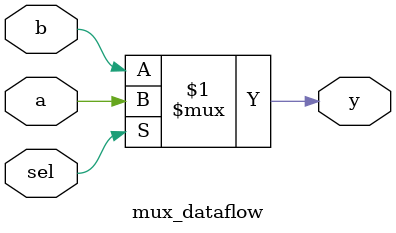
<source format=v>
`timescale 1ns / 1ps


module mux_dataflow(a,b,sel,y);
input a,b,sel;
output y;
assign y=(sel)?a:b;
endmodule

</source>
